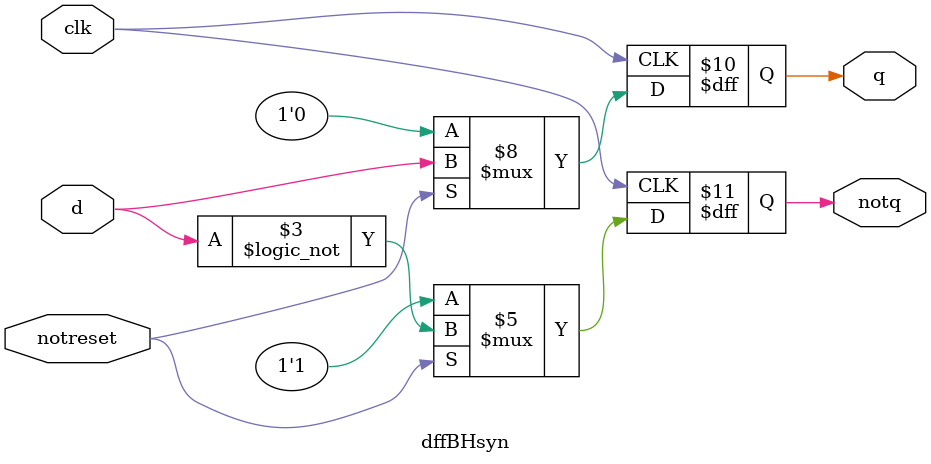
<source format=v>
module dffBHsyn(d,clk,notreset,q,notq); 
input d, clk, notreset; 
output reg q, notq; 

reg reset;
always@(posedge clk) 
begin
  reset = !notreset;
  if(reset) begin
    q <= 0;
    notq <= 1;
  end
  else begin
    q <= d; 
    notq <= !d; 
  end
end 
endmodule
</source>
